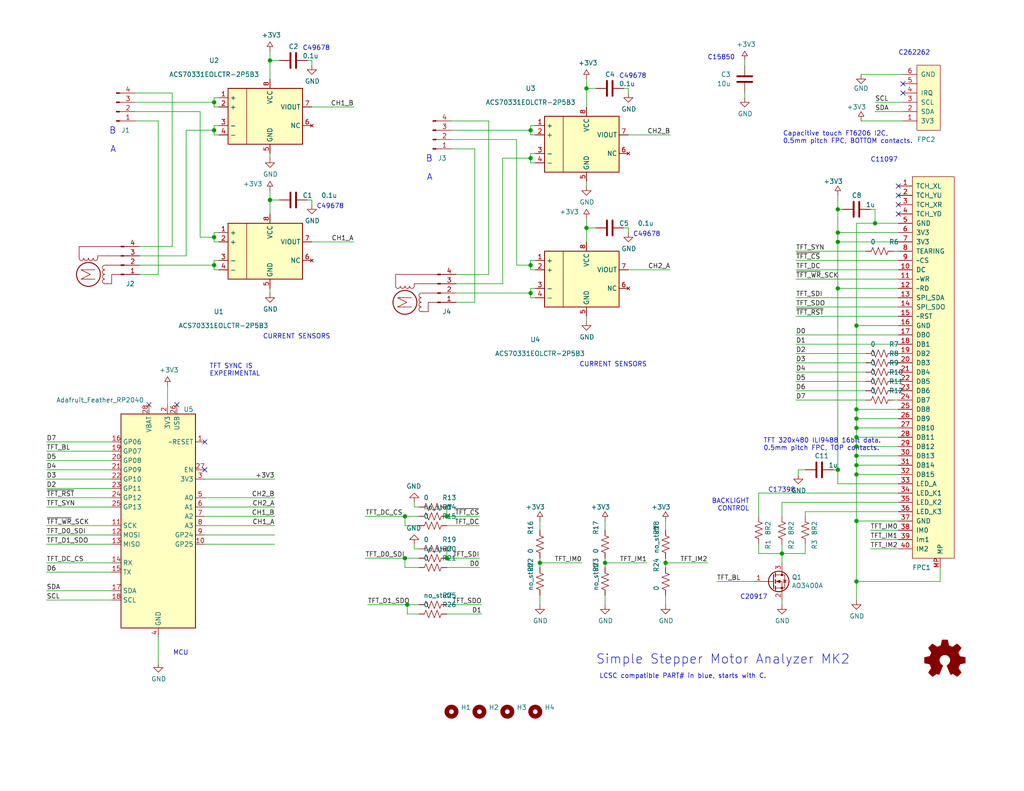
<source format=kicad_sch>
(kicad_sch (version 20210621) (generator eeschema)
  (paper "USLetter")
  (lib_symbols
    (symbol "Device:C" (pin_numbers hide) (pin_names (offset 0.254))
      (property "Reference" "C" (at 0.635 2.54 0))
      (property "Value" "C" (at 0.635 -2.54 0))
      (symbol "C_1_1"
        (pin passive line (at 0 3.81 270) (length 2.794) (name "~") (number "1"))
        (pin passive line (at 0 -3.81 90) (length 2.794) (name "~") (number "2"))
      )
    )
    (symbol "Device:R_US" (pin_numbers hide) (pin_names (offset 0))
      (property "Reference" "R" (at 2.54 0 90))
      (property "Value" "R_US" (at -2.54 0 90))
      (symbol "R_US_1_1"
        (pin passive line (at 0 3.81 270) (length 1.27) (name "~") (number "1"))
        (pin passive line (at 0 -3.81 90) (length 1.27) (name "~") (number "2"))
      )
    )
    (symbol "Graphic:Logo_Open_Hardware_Small" (pin_names (offset 1.016)))
    (symbol "Mechanical:MountingHole" (pin_names (offset 1.016))
      (property "Reference" "H" (at 0 5.08 0))
      (property "Value" "MountingHole" (at 0 3.175 0))
    )
    (symbol "Transistor_FET:AO3400A" (pin_names hide)
      (property "Reference" "Q" (at 5.08 1.905 0))
      (property "Value" "AO3400A" (at 5.08 0 0))
      (symbol "AO3400A_1_1"
        (pin input line (at -5.08 0 0) (length 2.54) (name "G") (number "1"))
        (pin passive line (at 2.54 -5.08 90) (length 2.54) (name "S") (number "2"))
        (pin passive line (at 2.54 5.08 270) (length 2.54) (name "D") (number "3"))
      )
    )
    (symbol "power:GND" (power) (pin_names (offset 0))
      (property "Value" "GND" (at 0 -3.81 0))
      (symbol "GND_1_1"
        (pin power_in line (at 0 0 270) (length 0) hide (name "GND") (number "1"))
      )
    )
    (symbol "stepper_motor_analyzer:+3V3" (power) (pin_names (offset 0))
      (property "Value" "+3V3" (at 0 3.556 0))
      (symbol "+3V3_1_1"
        (pin power_in line (at 0 0 90) (length 0) hide (name "+3V3") (number "1"))
      )
    )
    (symbol "stepper_motor_analyzer:ACS70331_soic8"
      (property "Reference" "U" (at 10.16 6.35 0))
      (property "Value" "ACS70331_soic8" (at 3.81 8.89 0))
      (symbol "ACS70331_soic8_1_1"
        (pin passive line (at -15.24 5.08 0) (length 2.54) (name "+") (number "1"))
        (pin passive line (at -15.24 2.54 0) (length 2.54) (name "+") (number "2"))
        (pin passive line (at -15.24 -2.54 0) (length 2.54) (name "-") (number "3"))
        (pin passive line (at -15.24 -5.08 0) (length 2.54) (name "-") (number "4"))
        (pin power_in line (at -1.27 -10.16 90) (length 2.54) (name "GND") (number "5"))
        (pin no_connect line (at 10.16 -2.54 180) (length 2.54) (name "NC") (number "6"))
        (pin output line (at 10.16 2.54 180) (length 2.54) (name "VIOUT") (number "7"))
        (pin power_in line (at -1.27 10.16 270) (length 2.54) (name "VCC") (number "8"))
      )
    )
    (symbol "stepper_motor_analyzer:Adafruit_Feather_RP2040"
      (property "Reference" "A" (at -10.16 29.21 0))
      (property "Value" "Adafruit_Feather_RP2040" (at 2.54 -31.75 0))
      (symbol "Adafruit_Feather_RP2040_1_1"
        (pin input line (at 12.7 20.32 180) (length 2.54) (name "~RESET") (number "1"))
        (pin bidirectional line (at 12.7 -7.62 180) (length 2.54) (name "GP25") (number "10"))
        (pin bidirectional line (at -12.7 -2.54 0) (length 2.54) (name "SCK") (number "11"))
        (pin bidirectional line (at -12.7 -5.08 0) (length 2.54) (name "MOSI") (number "12"))
        (pin bidirectional line (at -12.7 -7.62 0) (length 2.54) (name "MISO") (number "13"))
        (pin bidirectional line (at -12.7 -12.7 0) (length 2.54) (name "RX") (number "14"))
        (pin bidirectional line (at -12.7 -15.24 0) (length 2.54) (name "TX") (number "15"))
        (pin bidirectional line (at -12.7 20.32 0) (length 2.54) (name "GP06") (number "16"))
        (pin bidirectional line (at -12.7 -20.32 0) (length 2.54) (name "SDA") (number "17"))
        (pin bidirectional line (at -12.7 -22.86 0) (length 2.54) (name "SCL") (number "18"))
        (pin bidirectional line (at -12.7 17.78 0) (length 2.54) (name "GP07") (number "19"))
        (pin power_in line (at 2.54 30.48 270) (length 2.54) (name "3V3") (number "2"))
        (pin bidirectional line (at -12.7 15.24 0) (length 2.54) (name "GP08") (number "20"))
        (pin bidirectional line (at -12.7 12.7 0) (length 2.54) (name "GP09") (number "21"))
        (pin bidirectional line (at -12.7 10.16 0) (length 2.54) (name "GP10") (number "22"))
        (pin bidirectional line (at -12.7 7.62 0) (length 2.54) (name "GP11") (number "23"))
        (pin bidirectional line (at -12.7 5.08 0) (length 2.54) (name "GP12") (number "24"))
        (pin bidirectional line (at -12.7 2.54 0) (length 2.54) (name "GP13") (number "25"))
        (pin power_in line (at 5.08 30.48 270) (length 2.54) (name "USB") (number "26"))
        (pin input line (at 12.7 12.7 180) (length 2.54) (name "EN") (number "27"))
        (pin power_in line (at -2.54 30.48 270) (length 2.54) (name "VBAT") (number "28"))
        (pin input line (at 12.7 10.16 180) (length 2.54) (name "3V3") (number "3"))
        (pin power_in line (at 0 -33.02 90) (length 2.54) (name "GND") (number "4"))
        (pin bidirectional line (at 12.7 5.08 180) (length 2.54) (name "A0") (number "5"))
        (pin bidirectional line (at 12.7 2.54 180) (length 2.54) (name "A1") (number "6"))
        (pin bidirectional line (at 12.7 0 180) (length 2.54) (name "A2") (number "7"))
        (pin bidirectional line (at 12.7 -2.54 180) (length 2.54) (name "A3") (number "8"))
        (pin bidirectional line (at 12.7 -5.08 180) (length 2.54) (name "GP24") (number "9"))
      )
    )
    (symbol "stepper_motor_analyzer:Conn_01x06_Female" (pin_names (offset 1.016))
      (property "Reference" "J" (at -2.54 8.89 0))
      (property "Value" "Conn_01x06_Female" (at -1.27 -11.43 0))
      (symbol "Conn_01x06_Female_1_1"
        (pin passive line (at -5.08 5.08 0) (length 3.81) (name "3V3") (number "1"))
        (pin passive line (at -5.08 2.54 0) (length 3.81) (name "SDA") (number "2"))
        (pin passive line (at -5.08 0 0) (length 3.81) (name "SCL") (number "3"))
        (pin passive line (at -5.08 -2.54 0) (length 3.81) (name "IRQ") (number "4"))
        (pin passive line (at -5.08 -5.08 0) (length 3.81) (name "~") (number "5"))
        (pin passive line (at -5.08 -7.62 0) (length 3.81) (name "GND") (number "6"))
      )
    )
    (symbol "stepper_motor_analyzer:Connector_Conn_01x04_Male" (pin_names (offset 1.016) hide)
      (property "Reference" "J" (at 0 5.08 0))
      (property "Value" "Connector_Conn_01x04_Male" (at 0 -7.62 0))
      (symbol "Connector_Conn_01x04_Male_1_1"
        (pin passive line (at 5.08 2.54 180) (length 3.81) (name "Pin_1") (number "1"))
        (pin passive line (at 5.08 0 180) (length 3.81) (name "Pin_2") (number "2"))
        (pin passive line (at 5.08 -2.54 180) (length 3.81) (name "Pin_3") (number "3"))
        (pin passive line (at 5.08 -5.08 180) (length 3.81) (name "Pin_4") (number "4"))
      )
    )
    (symbol "stepper_motor_analyzer:Connector_Conn_01x40_Female" (pin_names (offset 1.016))
      (property "Reference" "J" (at 0 52.07 0))
      (property "Value" "Connector_Conn_01x40_Female" (at 5.08 -58.42 0))
      (symbol "Connector_Conn_01x40_Female_1_1"
        (pin passive line (at -5.08 48.26 0) (length 3.81) (name "TCH_XL") (number "1"))
        (pin passive line (at -5.08 25.4 0) (length 3.81) (name "DC") (number "10"))
        (pin passive line (at -5.08 22.86 0) (length 3.81) (name "~WR") (number "11"))
        (pin passive line (at -5.08 20.32 0) (length 3.81) (name "~RD") (number "12"))
        (pin passive line (at -5.08 17.78 0) (length 3.81) (name "SPI_SDA") (number "13"))
        (pin passive line (at -5.08 15.24 0) (length 3.81) (name "SPI_SDO") (number "14"))
        (pin passive line (at -5.08 12.7 0) (length 3.81) (name "~RST") (number "15"))
        (pin passive line (at -5.08 10.16 0) (length 3.81) (name "GND") (number "16"))
        (pin passive line (at -5.08 7.62 0) (length 3.81) (name "DB0") (number "17"))
        (pin passive line (at -5.08 5.08 0) (length 3.81) (name "DB1") (number "18"))
        (pin passive line (at -5.08 2.54 0) (length 3.81) (name "DB2") (number "19"))
        (pin passive line (at -5.08 45.72 0) (length 3.81) (name "TCH_YU") (number "2"))
        (pin passive line (at -5.08 0 0) (length 3.81) (name "DB3") (number "20"))
        (pin passive line (at -5.08 -2.54 0) (length 3.81) (name "DB4") (number "21"))
        (pin passive line (at -5.08 -5.08 0) (length 3.81) (name "DB5") (number "22"))
        (pin passive line (at -5.08 -7.62 0) (length 3.81) (name "DB6") (number "23"))
        (pin passive line (at -5.08 -10.16 0) (length 3.81) (name "DB7") (number "24"))
        (pin passive line (at -5.08 -12.7 0) (length 3.81) (name "DB8") (number "25"))
        (pin passive line (at -5.08 -15.24 0) (length 3.81) (name "DB9") (number "26"))
        (pin passive line (at -5.08 -17.78 0) (length 3.81) (name "DB10") (number "27"))
        (pin passive line (at -5.08 -20.32 0) (length 3.81) (name "DB11") (number "28"))
        (pin passive line (at -5.08 -22.86 0) (length 3.81) (name "DB12") (number "29"))
        (pin passive line (at -5.08 43.18 0) (length 3.81) (name "TCH_XR") (number "3"))
        (pin passive line (at -5.08 -25.4 0) (length 3.81) (name "DB13") (number "30"))
        (pin passive line (at -5.08 -27.94 0) (length 3.81) (name "DB14") (number "31"))
        (pin passive line (at -5.08 -30.48 0) (length 3.81) (name "DB15") (number "32"))
        (pin passive line (at -5.08 -33.02 0) (length 3.81) (name "LED_A") (number "33"))
        (pin passive line (at -5.08 -35.56 0) (length 3.81) (name "LED_K1") (number "34"))
        (pin passive line (at -5.08 -38.1 0) (length 3.81) (name "LED_K2") (number "35"))
        (pin passive line (at -5.08 -40.64 0) (length 3.81) (name "LED_K3") (number "36"))
        (pin passive line (at -5.08 -43.18 0) (length 3.81) (name "GND") (number "37"))
        (pin passive line (at -5.08 -45.72 0) (length 3.81) (name "IM0") (number "38"))
        (pin passive line (at -5.08 -48.26 0) (length 3.81) (name "Im1") (number "39"))
        (pin passive line (at -5.08 40.64 0) (length 3.81) (name "TCH_YD") (number "4"))
        (pin passive line (at -5.08 -50.8 0) (length 3.81) (name "IM2") (number "40"))
        (pin passive line (at -5.08 38.1 0) (length 3.81) (name "GND") (number "5"))
        (pin passive line (at -5.08 35.56 0) (length 3.81) (name "3V3") (number "6"))
        (pin passive line (at -5.08 33.02 0) (length 3.81) (name "3V3") (number "7"))
        (pin passive line (at -5.08 30.48 0) (length 3.81) (name "TEARING") (number "8"))
        (pin passive line (at -5.08 27.94 0) (length 3.81) (name "~CS") (number "9"))
        (pin passive line (at 6.35 -55.88 90) (length 2.54) (name "MP") (number "MP"))
      )
    )
    (symbol "stepper_motor_analyzer:Motor" (pin_names (offset 0) hide))
  )
  (junction (at 58.42 27.94) (diameter 1.016))
  (junction (at 58.42 35.56) (diameter 1.016))
  (junction (at 58.42 64.77) (diameter 1.016))
  (junction (at 58.42 72.39) (diameter 1.016))
  (junction (at 73.66 16.51) (diameter 1.016))
  (junction (at 73.66 54.61) (diameter 1.016))
  (junction (at 110.49 140.97) (diameter 1.016))
  (junction (at 110.49 152.4) (diameter 1.016))
  (junction (at 111.125 165.1) (diameter 1.016))
  (junction (at 121.92 140.97) (diameter 1.016))
  (junction (at 121.92 152.4) (diameter 1.016))
  (junction (at 144.78 35.56) (diameter 1.016))
  (junction (at 144.78 43.18) (diameter 1.016))
  (junction (at 144.78 72.39) (diameter 1.016))
  (junction (at 144.78 80.01) (diameter 1.016))
  (junction (at 147.32 153.67) (diameter 1.016))
  (junction (at 160.02 24.13) (diameter 1.016))
  (junction (at 160.02 62.23) (diameter 1.016))
  (junction (at 165.1 153.67) (diameter 1.016))
  (junction (at 181.61 153.67) (diameter 1.016))
  (junction (at 213.36 151.13) (diameter 1.016))
  (junction (at 228.6 57.15) (diameter 1.016))
  (junction (at 228.6 63.5) (diameter 1.016))
  (junction (at 228.6 66.04) (diameter 1.016))
  (junction (at 228.6 78.74) (diameter 1.016))
  (junction (at 228.6 128.27) (diameter 1.016))
  (junction (at 233.68 88.9) (diameter 1.016))
  (junction (at 233.68 111.76) (diameter 1.016))
  (junction (at 233.68 114.3) (diameter 1.016))
  (junction (at 233.68 116.84) (diameter 1.016))
  (junction (at 233.68 119.38) (diameter 1.016))
  (junction (at 233.68 121.92) (diameter 1.016))
  (junction (at 233.68 124.46) (diameter 1.016))
  (junction (at 233.68 127) (diameter 1.016))
  (junction (at 233.68 129.54) (diameter 1.016))
  (junction (at 233.68 142.24) (diameter 1.016))
  (junction (at 233.68 158.75) (diameter 1.016))
  (junction (at 238.76 60.96) (diameter 1.016))
  (no_connect (at 40.64 110.49))
  (no_connect (at 48.26 110.49))
  (no_connect (at 55.88 120.65))
  (no_connect (at 55.88 128.27))
  (no_connect (at 245.11 50.8))
  (no_connect (at 245.11 53.34))
  (no_connect (at 245.11 55.88))
  (no_connect (at 245.11 58.42))
  (no_connect (at 246.38 22.86))
  (no_connect (at 246.38 25.4))
  (wire (pts (xy 12.7 153.67) (xy 30.48 153.67)))
  (wire (pts (xy 12.7 156.21) (xy 30.48 156.21)))
  (wire (pts (xy 30.48 120.65) (xy 12.7 120.65)))
  (wire (pts (xy 30.48 123.19) (xy 12.7 123.19)))
  (wire (pts (xy 30.48 125.73) (xy 12.7 125.73)))
  (wire (pts (xy 30.48 128.27) (xy 12.7 128.27)))
  (wire (pts (xy 30.48 130.81) (xy 12.7 130.81)))
  (wire (pts (xy 30.48 133.35) (xy 12.7 133.35)))
  (wire (pts (xy 30.48 135.89) (xy 12.7 135.89)))
  (wire (pts (xy 30.48 138.43) (xy 12.7 138.43)))
  (wire (pts (xy 30.48 143.51) (xy 12.7 143.51)))
  (wire (pts (xy 30.48 146.05) (xy 12.7 146.05)))
  (wire (pts (xy 30.48 148.59) (xy 12.7 148.59)))
  (wire (pts (xy 30.48 161.29) (xy 12.7 161.29)))
  (wire (pts (xy 30.48 163.83) (xy 12.7 163.83)))
  (wire (pts (xy 36.83 25.4) (xy 46.99 25.4)))
  (wire (pts (xy 36.83 27.94) (xy 58.42 27.94)))
  (wire (pts (xy 38.1 69.85) (xy 50.8 69.85)))
  (wire (pts (xy 38.1 72.39) (xy 58.42 72.39)))
  (wire (pts (xy 43.18 33.02) (xy 36.83 33.02)))
  (wire (pts (xy 43.18 33.02) (xy 43.18 74.93)))
  (wire (pts (xy 43.18 74.93) (xy 38.1 74.93)))
  (wire (pts (xy 43.18 173.99) (xy 43.18 180.975)))
  (wire (pts (xy 45.72 105.41) (xy 45.72 110.49)))
  (wire (pts (xy 46.99 25.4) (xy 46.99 67.31)))
  (wire (pts (xy 46.99 67.31) (xy 38.1 67.31)))
  (wire (pts (xy 50.8 35.56) (xy 50.8 69.85)))
  (wire (pts (xy 50.8 35.56) (xy 58.42 35.56)))
  (wire (pts (xy 54.61 30.48) (xy 36.83 30.48)))
  (wire (pts (xy 54.61 30.48) (xy 54.61 64.77)))
  (wire (pts (xy 54.61 64.77) (xy 58.42 64.77)))
  (wire (pts (xy 55.88 130.81) (xy 74.93 130.81)))
  (wire (pts (xy 55.88 135.89) (xy 74.93 135.89)))
  (wire (pts (xy 55.88 138.43) (xy 74.93 138.43)))
  (wire (pts (xy 55.88 140.97) (xy 74.93 140.97)))
  (wire (pts (xy 55.88 143.51) (xy 74.93 143.51)))
  (wire (pts (xy 55.88 146.05) (xy 74.93 146.05)))
  (wire (pts (xy 55.88 148.59) (xy 74.93 148.59)))
  (wire (pts (xy 58.42 26.67) (xy 58.42 27.94)))
  (wire (pts (xy 58.42 27.94) (xy 58.42 29.21)))
  (wire (pts (xy 58.42 29.21) (xy 59.69 29.21)))
  (wire (pts (xy 58.42 34.29) (xy 58.42 35.56)))
  (wire (pts (xy 58.42 35.56) (xy 58.42 36.83)))
  (wire (pts (xy 58.42 36.83) (xy 59.69 36.83)))
  (wire (pts (xy 58.42 63.5) (xy 58.42 64.77)))
  (wire (pts (xy 58.42 64.77) (xy 58.42 66.04)))
  (wire (pts (xy 58.42 66.04) (xy 59.69 66.04)))
  (wire (pts (xy 58.42 71.12) (xy 58.42 72.39)))
  (wire (pts (xy 58.42 72.39) (xy 58.42 73.66)))
  (wire (pts (xy 58.42 73.66) (xy 59.69 73.66)))
  (wire (pts (xy 59.69 26.67) (xy 58.42 26.67)))
  (wire (pts (xy 59.69 34.29) (xy 58.42 34.29)))
  (wire (pts (xy 59.69 63.5) (xy 58.42 63.5)))
  (wire (pts (xy 59.69 71.12) (xy 58.42 71.12)))
  (wire (pts (xy 73.66 13.97) (xy 73.66 16.51)))
  (wire (pts (xy 73.66 16.51) (xy 73.66 21.59)))
  (wire (pts (xy 73.66 41.91) (xy 73.66 43.18)))
  (wire (pts (xy 73.66 54.61) (xy 73.66 52.07)))
  (wire (pts (xy 73.66 58.42) (xy 73.66 54.61)))
  (wire (pts (xy 73.66 80.01) (xy 73.66 78.74)))
  (wire (pts (xy 76.2 16.51) (xy 73.66 16.51)))
  (wire (pts (xy 76.2 54.61) (xy 73.66 54.61)))
  (wire (pts (xy 83.82 16.51) (xy 85.09 16.51)))
  (wire (pts (xy 83.82 54.61) (xy 85.09 54.61)))
  (wire (pts (xy 85.09 16.51) (xy 85.09 17.78)))
  (wire (pts (xy 85.09 29.21) (xy 96.52 29.21)))
  (wire (pts (xy 85.09 54.61) (xy 85.09 55.88)))
  (wire (pts (xy 85.09 66.04) (xy 96.52 66.04)))
  (wire (pts (xy 99.695 140.97) (xy 110.49 140.97)))
  (wire (pts (xy 99.695 152.4) (xy 110.49 152.4)))
  (wire (pts (xy 100.33 165.1) (xy 111.125 165.1)))
  (wire (pts (xy 110.49 140.97) (xy 110.49 143.51)))
  (wire (pts (xy 110.49 143.51) (xy 114.3 143.51)))
  (wire (pts (xy 110.49 152.4) (xy 114.3 152.4)))
  (wire (pts (xy 110.49 154.94) (xy 110.49 152.4)))
  (wire (pts (xy 111.125 165.1) (xy 114.3 165.1)))
  (wire (pts (xy 111.125 167.64) (xy 111.125 165.1)))
  (wire (pts (xy 113.03 137.16) (xy 113.03 138.43)))
  (wire (pts (xy 113.03 138.43) (xy 114.3 138.43)))
  (wire (pts (xy 113.03 148.59) (xy 113.03 149.86)))
  (wire (pts (xy 113.03 149.86) (xy 114.3 149.86)))
  (wire (pts (xy 114.3 140.97) (xy 110.49 140.97)))
  (wire (pts (xy 114.3 154.94) (xy 110.49 154.94)))
  (wire (pts (xy 114.3 167.64) (xy 111.125 167.64)))
  (wire (pts (xy 121.92 138.43) (xy 121.92 140.97)))
  (wire (pts (xy 121.92 140.97) (xy 130.81 140.97)))
  (wire (pts (xy 121.92 143.51) (xy 130.81 143.51)))
  (wire (pts (xy 121.92 149.86) (xy 121.92 152.4)))
  (wire (pts (xy 121.92 152.4) (xy 130.81 152.4)))
  (wire (pts (xy 121.92 154.94) (xy 130.81 154.94)))
  (wire (pts (xy 121.92 165.1) (xy 131.445 165.1)))
  (wire (pts (xy 121.92 167.64) (xy 131.445 167.64)))
  (wire (pts (xy 123.19 33.02) (xy 133.35 33.02)))
  (wire (pts (xy 123.19 35.56) (xy 144.78 35.56)))
  (wire (pts (xy 124.46 77.47) (xy 137.16 77.47)))
  (wire (pts (xy 124.46 80.01) (xy 144.78 80.01)))
  (wire (pts (xy 129.54 40.64) (xy 123.19 40.64)))
  (wire (pts (xy 129.54 40.64) (xy 129.54 82.55)))
  (wire (pts (xy 129.54 82.55) (xy 124.46 82.55)))
  (wire (pts (xy 133.35 33.02) (xy 133.35 74.93)))
  (wire (pts (xy 133.35 74.93) (xy 124.46 74.93)))
  (wire (pts (xy 137.16 43.18) (xy 137.16 77.47)))
  (wire (pts (xy 137.16 43.18) (xy 144.78 43.18)))
  (wire (pts (xy 140.97 38.1) (xy 123.19 38.1)))
  (wire (pts (xy 140.97 38.1) (xy 140.97 72.39)))
  (wire (pts (xy 140.97 72.39) (xy 144.78 72.39)))
  (wire (pts (xy 144.78 34.29) (xy 144.78 35.56)))
  (wire (pts (xy 144.78 35.56) (xy 144.78 36.83)))
  (wire (pts (xy 144.78 36.83) (xy 146.05 36.83)))
  (wire (pts (xy 144.78 41.91) (xy 144.78 43.18)))
  (wire (pts (xy 144.78 43.18) (xy 144.78 44.45)))
  (wire (pts (xy 144.78 44.45) (xy 146.05 44.45)))
  (wire (pts (xy 144.78 71.12) (xy 144.78 72.39)))
  (wire (pts (xy 144.78 72.39) (xy 144.78 73.66)))
  (wire (pts (xy 144.78 73.66) (xy 146.05 73.66)))
  (wire (pts (xy 144.78 78.74) (xy 144.78 80.01)))
  (wire (pts (xy 144.78 80.01) (xy 144.78 81.28)))
  (wire (pts (xy 144.78 81.28) (xy 146.05 81.28)))
  (wire (pts (xy 146.05 34.29) (xy 144.78 34.29)))
  (wire (pts (xy 146.05 41.91) (xy 144.78 41.91)))
  (wire (pts (xy 146.05 71.12) (xy 144.78 71.12)))
  (wire (pts (xy 146.05 78.74) (xy 144.78 78.74)))
  (wire (pts (xy 147.32 142.24) (xy 147.32 144.78)))
  (wire (pts (xy 147.32 152.4) (xy 147.32 153.67)))
  (wire (pts (xy 147.32 153.67) (xy 147.32 154.94)))
  (wire (pts (xy 147.32 153.67) (xy 158.75 153.67)))
  (wire (pts (xy 147.32 162.56) (xy 147.32 165.1)))
  (wire (pts (xy 160.02 21.59) (xy 160.02 24.13)))
  (wire (pts (xy 160.02 24.13) (xy 160.02 29.21)))
  (wire (pts (xy 160.02 49.53) (xy 160.02 50.8)))
  (wire (pts (xy 160.02 62.23) (xy 160.02 59.69)))
  (wire (pts (xy 160.02 66.04) (xy 160.02 62.23)))
  (wire (pts (xy 160.02 87.63) (xy 160.02 86.36)))
  (wire (pts (xy 162.56 24.13) (xy 160.02 24.13)))
  (wire (pts (xy 162.56 62.23) (xy 160.02 62.23)))
  (wire (pts (xy 165.1 142.24) (xy 165.1 144.78)))
  (wire (pts (xy 165.1 152.4) (xy 165.1 153.67)))
  (wire (pts (xy 165.1 153.67) (xy 165.1 154.94)))
  (wire (pts (xy 165.1 153.67) (xy 176.53 153.67)))
  (wire (pts (xy 165.1 162.56) (xy 165.1 165.1)))
  (wire (pts (xy 170.18 24.13) (xy 171.45 24.13)))
  (wire (pts (xy 170.18 62.23) (xy 171.45 62.23)))
  (wire (pts (xy 171.45 24.13) (xy 171.45 25.4)))
  (wire (pts (xy 171.45 36.83) (xy 182.88 36.83)))
  (wire (pts (xy 171.45 62.23) (xy 171.45 63.5)))
  (wire (pts (xy 171.45 73.66) (xy 182.88 73.66)))
  (wire (pts (xy 181.61 142.24) (xy 181.61 144.78)))
  (wire (pts (xy 181.61 152.4) (xy 181.61 153.67)))
  (wire (pts (xy 181.61 153.67) (xy 181.61 154.94)))
  (wire (pts (xy 181.61 153.67) (xy 193.04 153.67)))
  (wire (pts (xy 181.61 162.56) (xy 181.61 165.1)))
  (wire (pts (xy 203.2 16.51) (xy 203.2 17.78)))
  (wire (pts (xy 203.2 25.4) (xy 203.2 26.67)))
  (wire (pts (xy 205.74 158.75) (xy 195.58 158.75)))
  (wire (pts (xy 207.01 134.62) (xy 207.01 140.97)))
  (wire (pts (xy 207.01 134.62) (xy 245.11 134.62)))
  (wire (pts (xy 207.01 148.59) (xy 207.01 151.13)))
  (wire (pts (xy 213.36 137.16) (xy 213.36 140.97)))
  (wire (pts (xy 213.36 137.16) (xy 245.11 137.16)))
  (wire (pts (xy 213.36 148.59) (xy 213.36 151.13)))
  (wire (pts (xy 213.36 151.13) (xy 207.01 151.13)))
  (wire (pts (xy 213.36 151.13) (xy 213.36 153.67)))
  (wire (pts (xy 213.36 163.83) (xy 213.36 165.1)))
  (wire (pts (xy 217.17 71.12) (xy 245.11 71.12)))
  (wire (pts (xy 217.17 81.28) (xy 245.11 81.28)))
  (wire (pts (xy 217.17 83.82) (xy 245.11 83.82)))
  (wire (pts (xy 217.17 91.44) (xy 245.11 91.44)))
  (wire (pts (xy 217.17 93.98) (xy 245.11 93.98)))
  (wire (pts (xy 217.17 106.68) (xy 236.1981 106.68)))
  (wire (pts (xy 217.805 128.27) (xy 217.805 129.54)))
  (wire (pts (xy 219.71 128.27) (xy 217.805 128.27)))
  (wire (pts (xy 219.71 139.7) (xy 219.71 140.97)))
  (wire (pts (xy 219.71 139.7) (xy 245.11 139.7)))
  (wire (pts (xy 219.71 148.59) (xy 219.71 151.13)))
  (wire (pts (xy 219.71 151.13) (xy 213.36 151.13)))
  (wire (pts (xy 227.33 128.27) (xy 228.6 128.27)))
  (wire (pts (xy 228.6 53.34) (xy 228.6 57.15)))
  (wire (pts (xy 228.6 57.15) (xy 228.6 63.5)))
  (wire (pts (xy 228.6 57.15) (xy 229.87 57.15)))
  (wire (pts (xy 228.6 63.5) (xy 228.6 66.04)))
  (wire (pts (xy 228.6 63.5) (xy 245.11 63.5)))
  (wire (pts (xy 228.6 66.04) (xy 228.6 78.74)))
  (wire (pts (xy 228.6 66.04) (xy 245.11 66.04)))
  (wire (pts (xy 228.6 78.74) (xy 228.6 128.27)))
  (wire (pts (xy 228.6 78.74) (xy 245.11 78.74)))
  (wire (pts (xy 228.6 128.27) (xy 228.6 132.08)))
  (wire (pts (xy 233.68 60.96) (xy 233.68 88.9)))
  (wire (pts (xy 233.68 60.96) (xy 238.76 60.96)))
  (wire (pts (xy 233.68 88.9) (xy 233.68 111.76)))
  (wire (pts (xy 233.68 111.76) (xy 233.68 114.3)))
  (wire (pts (xy 233.68 111.76) (xy 245.11 111.76)))
  (wire (pts (xy 233.68 114.3) (xy 233.68 116.84)))
  (wire (pts (xy 233.68 114.3) (xy 245.11 114.3)))
  (wire (pts (xy 233.68 116.84) (xy 233.68 119.38)))
  (wire (pts (xy 233.68 116.84) (xy 245.11 116.84)))
  (wire (pts (xy 233.68 119.38) (xy 233.68 121.92)))
  (wire (pts (xy 233.68 119.38) (xy 245.11 119.38)))
  (wire (pts (xy 233.68 121.92) (xy 233.68 124.46)))
  (wire (pts (xy 233.68 121.92) (xy 245.11 121.92)))
  (wire (pts (xy 233.68 124.46) (xy 233.68 127)))
  (wire (pts (xy 233.68 124.46) (xy 245.11 124.46)))
  (wire (pts (xy 233.68 127) (xy 233.68 129.54)))
  (wire (pts (xy 233.68 127) (xy 245.11 127)))
  (wire (pts (xy 233.68 129.54) (xy 233.68 142.24)))
  (wire (pts (xy 233.68 129.54) (xy 245.11 129.54)))
  (wire (pts (xy 233.68 142.24) (xy 233.68 158.75)))
  (wire (pts (xy 233.68 158.75) (xy 233.68 163.83)))
  (wire (pts (xy 233.68 158.75) (xy 256.54 158.75)))
  (wire (pts (xy 234.95 20.32) (xy 246.38 20.32)))
  (wire (pts (xy 234.95 33.02) (xy 246.38 33.02)))
  (wire (pts (xy 236.22 68.58) (xy 217.17 68.58)))
  (wire (pts (xy 236.22 96.52) (xy 217.17 96.52)))
  (wire (pts (xy 236.22 99.06) (xy 217.17 99.06)))
  (wire (pts (xy 236.22 101.6) (xy 217.17 101.6)))
  (wire (pts (xy 236.22 104.14) (xy 217.17 104.14)))
  (wire (pts (xy 236.22 109.22) (xy 217.17 109.22)))
  (wire (pts (xy 237.49 57.15) (xy 238.76 57.15)))
  (wire (pts (xy 238.76 57.15) (xy 238.76 60.96)))
  (wire (pts (xy 238.76 60.96) (xy 245.11 60.96)))
  (wire (pts (xy 243.8181 106.68) (xy 245.11 106.68)))
  (wire (pts (xy 245.11 68.58) (xy 243.84 68.58)))
  (wire (pts (xy 245.11 73.66) (xy 217.17 73.66)))
  (wire (pts (xy 245.11 76.2) (xy 217.17 76.2)))
  (wire (pts (xy 245.11 86.36) (xy 217.17 86.36)))
  (wire (pts (xy 245.11 88.9) (xy 233.68 88.9)))
  (wire (pts (xy 245.11 96.52) (xy 243.84 96.52)))
  (wire (pts (xy 245.11 99.06) (xy 243.84 99.06)))
  (wire (pts (xy 245.11 101.6) (xy 243.84 101.6)))
  (wire (pts (xy 245.11 104.14) (xy 243.84 104.14)))
  (wire (pts (xy 245.11 109.22) (xy 243.84 109.22)))
  (wire (pts (xy 245.11 132.08) (xy 228.6 132.08)))
  (wire (pts (xy 245.11 142.24) (xy 233.68 142.24)))
  (wire (pts (xy 245.11 144.78) (xy 237.49 144.78)))
  (wire (pts (xy 245.11 147.32) (xy 237.49 147.32)))
  (wire (pts (xy 245.11 149.86) (xy 237.49 149.86)))
  (wire (pts (xy 246.38 27.94) (xy 238.76 27.94)))
  (wire (pts (xy 246.38 30.48) (xy 238.76 30.48)))
  (wire (pts (xy 256.54 154.94) (xy 256.54 158.75)))
  (text "B" (at 31.75 36.83 180) (effects (font (size 1.778 1.778)) (justify right bottom)))
  (text "A" (at 31.75 41.91 180) (effects (font (size 1.778 1.778)) (justify right bottom)))
  (text "MCU" (at 51.435 179.07 180) (effects (font (size 1.27 1.27)) (justify right bottom)))
  (text "TFT SYNC IS\nEXPERIMENTAL" (at 57.15 102.87 0) (effects (font (size 1.27 1.27)) (justify left bottom)))
  (text "C49678 " (at 82.55 13.97 0) (effects (font (size 1.27 1.27)) (justify left bottom)))
  (text "C49678 " (at 86.36 57.15 0) (effects (font (size 1.27 1.27)) (justify left bottom)))
  (text "CURRENT SENSORS" (at 90.17 92.71 180) (effects (font (size 1.27 1.27)) (justify right bottom)))
  (text "B" (at 118.11 44.45 180) (effects (font (size 1.778 1.778)) (justify right bottom)))
  (text "A" (at 118.11 49.53 180) (effects (font (size 1.778 1.778)) (justify right bottom)))
  (text "Simple Stepper Motor Analyzer MK2" (at 162.56 181.61 0) (effects (font (size 2.54 2.54)) (justify left bottom)))
  (text " LCSC compatible PART# in blue, starts with C." (at 162.56 185.42 0) (effects (font (size 1.27 1.27)) (justify left bottom)))
  (text "C49678 " (at 168.91 21.59 0) (effects (font (size 1.27 1.27)) (justify left bottom)))
  (text "C49678 " (at 172.72 64.77 0) (effects (font (size 1.27 1.27)) (justify left bottom)))
  (text "CURRENT SENSORS" (at 176.53 100.33 180) (effects (font (size 1.27 1.27)) (justify right bottom)))
  (text "C15850 " (at 193.04 16.51 0) (effects (font (size 1.27 1.27)) (justify left bottom)))
  (text "C20917" (at 201.93 163.83 0) (effects (font (size 1.27 1.27)) (justify left bottom)))
  (text "BACKLIGHT\nCONTROL" (at 204.47 139.7 180) (effects (font (size 1.27 1.27)) (justify right bottom)))
  (text "TFT 320x480 ILI9488 16bit data.\n0.5mm pitch FPC, TOP contacts." (at 208.28 123.19 0) (effects (font (size 1.27 1.27)) (justify left bottom)))
  (text "C17398" (at 209.55 134.62 0) (effects (font (size 1.27 1.27)) (justify left bottom)))
  (text "Capacitive touch FT6206 I2C,\n0.5mm pitch FPC, BOTTOM contacts." (at 213.614 39.37 0) (effects (font (size 1.27 1.27)) (justify left bottom)))
  (text "C11097" (at 237.49 44.45 0) (effects (font (size 1.27 1.27)) (justify left bottom)))
  (text "C262262" (at 245.11 15.24 0) (effects (font (size 1.27 1.27)) (justify left bottom)))
  (label "D7" (at 12.7 120.65 0))
  (label "TFT_BL" (at 12.7 123.19 0))
  (label "D5" (at 12.7 125.73 0))
  (label "D4" (at 12.7 128.27 0))
  (label "D3" (at 12.7 130.81 0))
  (label "D2" (at 12.7 133.35 0))
  (label "~{TFT_RST}" (at 12.7 135.89 0))
  (label "TFT_SYN" (at 12.7 138.43 0))
  (label "~{TFT_WR}_SCK" (at 12.7 143.51 0))
  (label "TFT_D0_SDI" (at 12.7 146.05 0))
  (label "TFT_D1_SDO" (at 12.7 148.59 0))
  (label "TFT_DC_CS" (at 12.7 153.67 0))
  (label "D6" (at 12.7 156.21 0))
  (label "SDA" (at 12.7 161.29 0))
  (label "SCL" (at 12.7 163.83 0))
  (label "+3V3" (at 74.93 130.81 180))
  (label "CH2_B" (at 74.93 135.89 180))
  (label "CH2_A" (at 74.93 138.43 180))
  (label "CH1_B" (at 74.93 140.97 180))
  (label "CH1_A" (at 74.93 143.51 180))
  (label "CH1_B" (at 96.52 29.21 180))
  (label "CH1_A" (at 96.52 66.04 180))
  (label "TFT_DC_CS" (at 99.695 140.97 0))
  (label "TFT_D0_SDI" (at 99.695 152.4 0))
  (label "TFT_D1_SDO" (at 100.33 165.1 0))
  (label "~{TFT_CS}" (at 130.81 140.97 180))
  (label "TFT_DC" (at 130.81 143.51 180))
  (label "TFT_SDI" (at 130.81 152.4 180))
  (label "D0" (at 130.81 154.94 180))
  (label "TFT_SDO" (at 131.445 165.1 180))
  (label "D1" (at 131.445 167.64 180))
  (label "TFT_IM0" (at 158.75 153.67 180))
  (label "TFT_IM1" (at 176.53 153.67 180))
  (label "CH2_B" (at 182.88 36.83 180))
  (label "CH2_A" (at 182.88 73.66 180))
  (label "TFT_IM2" (at 193.04 153.67 180))
  (label "TFT_BL" (at 195.58 158.75 0))
  (label "TFT_SYN" (at 217.17 68.58 0))
  (label "~{TFT_CS}" (at 217.17 71.12 0))
  (label "TFT_DC" (at 217.17 73.66 0))
  (label "~{TFT_WR}_SCK" (at 217.17 76.2 0))
  (label "TFT_SDI" (at 217.17 81.28 0))
  (label "TFT_SDO" (at 217.17 83.82 0))
  (label "~{TFT_RST}" (at 217.17 86.36 0))
  (label "D0" (at 217.17 91.44 0))
  (label "D1" (at 217.17 93.98 0))
  (label "D2" (at 217.17 96.52 0))
  (label "D3" (at 217.17 99.06 0))
  (label "D4" (at 217.17 101.6 0))
  (label "D5" (at 217.17 104.14 0))
  (label "D6" (at 217.17 106.68 0))
  (label "D7" (at 217.17 109.22 0))
  (label "TFT_IM0" (at 237.49 144.78 0))
  (label "TFT_IM1" (at 237.49 147.32 0))
  (label "TFT_IM2" (at 237.49 149.86 0))
  (label "SCL" (at 238.76 27.94 0))
  (label "SDA" (at 238.76 30.48 0))
  (symbol (lib_id "stepper_motor_analyzer:+3V3") (at 45.72 105.41 0) (unit 1)
    (property "Reference" "#PWR010" (effects hide))
    (property "Value" "+3V3" (at 46.101 101.0158 0))
  )
  (symbol (lib_id "stepper_motor_analyzer:+3V3") (at 73.66 13.97 0) (unit 1)
    (property "Reference" "#PWR0102" (effects hide))
    (property "Value" "+3V3" (at 74.041 9.5758 0))
  )
  (symbol (lib_id "stepper_motor_analyzer:+3V3") (at 73.66 52.07 0) (unit 1)
    (property "Reference" "#PWR0106" (effects hide))
    (property "Value" "+3V3" (at 68.961 50.2158 0))
  )
  (symbol (lib_id "stepper_motor_analyzer:+3V3") (at 147.32 142.24 0) (unit 1)
    (property "Reference" "#PWR012" (effects hide))
    (property "Value" "+3V3" (at 146.05 138.43 0))
  )
  (symbol (lib_id "stepper_motor_analyzer:+3V3") (at 160.02 21.59 0) (unit 1)
    (property "Reference" "#PWR04" (effects hide))
    (property "Value" "+3V3" (at 160.401 17.1958 0))
  )
  (symbol (lib_id "stepper_motor_analyzer:+3V3") (at 160.02 59.69 0) (unit 1)
    (property "Reference" "#PWR07" (effects hide))
    (property "Value" "+3V3" (at 155.321 57.8358 0))
  )
  (symbol (lib_id "stepper_motor_analyzer:+3V3") (at 165.1 142.24 0) (unit 1)
    (property "Reference" "#PWR013" (effects hide))
    (property "Value" "+3V3" (at 163.83 138.43 0))
  )
  (symbol (lib_id "stepper_motor_analyzer:+3V3") (at 181.61 142.24 0) (unit 1)
    (property "Reference" "#PWR014" (effects hide))
    (property "Value" "+3V3" (at 180.34 138.43 0))
  )
  (symbol (lib_id "stepper_motor_analyzer:+3V3") (at 203.2 16.51 0) (unit 1)
    (property "Reference" "#PWR0109" (effects hide))
    (property "Value" "+3V3" (at 203.581 12.1158 0))
  )
  (symbol (lib_id "stepper_motor_analyzer:+3V3") (at 228.6 53.34 0) (unit 1)
    (property "Reference" "#PWR0116" (effects hide))
    (property "Value" "+3V3" (at 227.33 49.53 0))
  )
  (symbol (lib_id "stepper_motor_analyzer:+3V3") (at 234.95 33.02 0) (unit 1)
    (property "Reference" "#PWR0124" (effects hide))
    (property "Value" "+3V3" (at 233.68 29.21 0))
  )
  (symbol (lib_id "power:GND") (at 43.18 180.975 0) (unit 1)
    (property "Reference" "#PWR019" (effects hide))
    (property "Value" "GND" (at 43.307 185.3692 0))
  )
  (symbol (lib_id "power:GND") (at 73.66 43.18 0) (unit 1)
    (property "Reference" "#PWR0105" (effects hide))
    (property "Value" "GND" (at 73.787 47.5742 0))
  )
  (symbol (lib_id "power:GND") (at 73.66 80.01 0) (unit 1)
    (property "Reference" "#PWR0108" (effects hide))
    (property "Value" "GND" (at 73.787 84.4042 0))
  )
  (symbol (lib_id "power:GND") (at 85.09 17.78 0) (unit 1)
    (property "Reference" "#PWR0104" (effects hide))
    (property "Value" "GND" (at 85.217 22.1742 0))
  )
  (symbol (lib_id "power:GND") (at 85.09 55.88 0) (unit 1)
    (property "Reference" "#PWR0110" (effects hide))
    (property "Value" "GND" (at 85.217 60.2742 0))
  )
  (symbol (lib_id "power:GND") (at 113.03 137.16 180) (unit 1)
    (property "Reference" "#PWR011" (effects hide))
    (property "Value" "GND" (at 112.903 132.7658 0))
  )
  (symbol (lib_id "power:GND") (at 113.03 148.59 180) (unit 1)
    (property "Reference" "#PWR015" (effects hide))
    (property "Value" "GND" (at 112.903 144.1958 0))
  )
  (symbol (lib_id "power:GND") (at 147.32 165.1 0) (unit 1)
    (property "Reference" "#PWR016" (effects hide))
    (property "Value" "GND" (at 147.447 169.4942 0))
  )
  (symbol (lib_id "power:GND") (at 160.02 50.8 0) (unit 1)
    (property "Reference" "#PWR06" (effects hide))
    (property "Value" "GND" (at 160.147 55.1942 0))
  )
  (symbol (lib_id "power:GND") (at 160.02 87.63 0) (unit 1)
    (property "Reference" "#PWR09" (effects hide))
    (property "Value" "GND" (at 160.147 92.0242 0))
  )
  (symbol (lib_id "power:GND") (at 165.1 165.1 0) (unit 1)
    (property "Reference" "#PWR017" (effects hide))
    (property "Value" "GND" (at 165.227 169.4942 0))
  )
  (symbol (lib_id "power:GND") (at 171.45 25.4 0) (unit 1)
    (property "Reference" "#PWR05" (effects hide))
    (property "Value" "GND" (at 171.577 29.7942 0))
  )
  (symbol (lib_id "power:GND") (at 171.45 63.5 0) (unit 1)
    (property "Reference" "#PWR08" (effects hide))
    (property "Value" "GND" (at 171.577 67.8942 0))
  )
  (symbol (lib_id "power:GND") (at 181.61 165.1 0) (unit 1)
    (property "Reference" "#PWR018" (effects hide))
    (property "Value" "GND" (at 181.737 169.4942 0))
  )
  (symbol (lib_id "power:GND") (at 203.2 26.67 0) (unit 1)
    (property "Reference" "#PWR0107" (effects hide))
    (property "Value" "GND" (at 203.327 31.0642 0))
  )
  (symbol (lib_id "power:GND") (at 213.36 165.1 0) (unit 1)
    (property "Reference" "#PWR0120" (effects hide))
    (property "Value" "GND" (at 213.487 169.4942 0))
  )
  (symbol (lib_id "power:GND") (at 217.805 129.54 0) (unit 1)
    (property "Reference" "#PWR0113" (effects hide))
    (property "Value" "GND" (at 217.932 133.9342 0))
  )
  (symbol (lib_id "power:GND") (at 233.68 163.83 0) (unit 1)
    (property "Reference" "#PWR0117" (effects hide))
    (property "Value" "GND" (at 233.807 168.2242 0))
  )
  (symbol (lib_id "power:GND") (at 234.95 20.32 0) (unit 1)
    (property "Reference" "#PWR0123" (effects hide))
    (property "Value" "GND" (at 234.95 24.13 0))
  )
  (symbol (lib_id "Mechanical:MountingHole") (at 123.19 194.31 0) (unit 1)
    (property "Reference" "H1" (at 125.73 193.1416 0) (effects (justify left)))
    (property "Value" "MountingHole" (effects hide))
    (property "Footprint" "MountingHole:MountingHole_2.5mm_Pad_Via" (effects hide))
  )
  (symbol (lib_id "Mechanical:MountingHole") (at 130.81 194.31 0) (unit 1)
    (property "Reference" "H2" (at 133.35 193.1416 0) (effects (justify left)))
    (property "Value" "MountingHole" (effects hide))
    (property "Footprint" "MountingHole:MountingHole_2.5mm_Pad_Via" (effects hide))
  )
  (symbol (lib_id "Mechanical:MountingHole") (at 138.43 194.31 0) (unit 1)
    (property "Reference" "H3" (at 140.97 193.1416 0) (effects (justify left)))
    (property "Value" "MountingHole" (effects hide))
    (property "Footprint" "MountingHole:MountingHole_2.5mm_Pad_Via" (effects hide))
  )
  (symbol (lib_id "Mechanical:MountingHole") (at 146.05 194.31 0) (unit 1)
    (property "Reference" "H4" (at 148.59 193.1416 0) (effects (justify left)))
    (property "Value" "MountingHole" (effects hide))
    (property "Footprint" "MountingHole:MountingHole_2.5mm_Pad_Via" (effects hide))
  )
  (symbol (lib_id "Device:R_US") (at 118.11 138.43 270) (unit 1)
    (property "Reference" "R13" (at 120.65 135.89 90) (effects (justify left)))
    (property "Value" "0" (at 115.57 135.89 90) (effects (justify left)))
    (property "Footprint" "Resistor_SMD:R_0402_1005Metric_Pad0.72x0.64mm_HandSolder" (effects hide))
  )
  (symbol (lib_id "Device:R_US") (at 118.11 140.97 270) (unit 1)
    (property "Reference" "R14" (at 120.65 138.43 90) (effects (justify left)))
    (property "Value" "no_stuff" (at 115.57 138.43 90) (effects (justify left)))
    (property "Footprint" "Resistor_SMD:R_0402_1005Metric_Pad0.72x0.64mm_HandSolder" (effects hide))
  )
  (symbol (lib_id "Device:R_US") (at 118.11 143.51 270) (unit 1)
    (property "Reference" "R15" (at 120.65 140.97 90) (effects (justify left)))
    (property "Value" "0" (at 115.57 140.97 90) (effects (justify left)))
    (property "Footprint" "Resistor_SMD:R_0402_1005Metric_Pad0.72x0.64mm_HandSolder" (effects hide))
  )
  (symbol (lib_id "Device:R_US") (at 118.11 149.86 270) (unit 1)
    (property "Reference" "R19" (at 120.65 147.32 90) (effects (justify left)))
    (property "Value" "0" (at 115.57 147.32 90) (effects (justify left)))
    (property "Footprint" "Resistor_SMD:R_0402_1005Metric_Pad0.72x0.64mm_HandSolder" (effects hide))
  )
  (symbol (lib_id "Device:R_US") (at 118.11 152.4 270) (unit 1)
    (property "Reference" "R20" (at 120.65 149.86 90) (effects (justify left)))
    (property "Value" "no_stuff" (at 115.57 149.86 90) (effects (justify left)))
    (property "Footprint" "Resistor_SMD:R_0402_1005Metric_Pad0.72x0.64mm_HandSolder" (effects hide))
  )
  (symbol (lib_id "Device:R_US") (at 118.11 154.94 270) (unit 1)
    (property "Reference" "R21" (at 120.65 152.4 90) (effects (justify left)))
    (property "Value" "0" (at 115.57 152.4 90) (effects (justify left)))
    (property "Footprint" "Resistor_SMD:R_0402_1005Metric_Pad0.72x0.64mm_HandSolder" (effects hide))
  )
  (symbol (lib_id "Device:R_US") (at 118.11 165.1 270) (unit 1)
    (property "Reference" "R25" (at 120.65 162.56 90) (effects (justify left)))
    (property "Value" "no_stuff" (at 115.57 162.56 90) (effects (justify left)))
    (property "Footprint" "Resistor_SMD:R_0402_1005Metric_Pad0.72x0.64mm_HandSolder" (effects hide))
  )
  (symbol (lib_id "Device:R_US") (at 118.11 167.64 270) (unit 1)
    (property "Reference" "R26" (at 120.65 165.1 90) (effects (justify left)))
    (property "Value" "0" (at 115.57 165.1 90) (effects (justify left)))
    (property "Footprint" "Resistor_SMD:R_0402_1005Metric_Pad0.72x0.64mm_HandSolder" (effects hide))
  )
  (symbol (lib_id "Device:R_US") (at 147.32 148.59 0) (unit 1)
    (property "Reference" "R16" (at 144.78 146.05 90) (effects (justify left)))
    (property "Value" "0" (at 144.78 151.13 90) (effects (justify left)))
    (property "Footprint" "Resistor_SMD:R_0402_1005Metric_Pad0.72x0.64mm_HandSolder" (effects hide))
  )
  (symbol (lib_id "Device:R_US") (at 147.32 158.75 0) (unit 1)
    (property "Reference" "R22" (at 144.78 156.21 90) (effects (justify left)))
    (property "Value" "no_stuff" (at 144.78 161.29 90) (effects (justify left)))
    (property "Footprint" "Resistor_SMD:R_0402_1005Metric_Pad0.72x0.64mm_HandSolder" (effects hide))
  )
  (symbol (lib_id "Device:R_US") (at 165.1 148.59 0) (unit 1)
    (property "Reference" "R17" (at 162.56 146.05 90) (effects (justify left)))
    (property "Value" "0" (at 162.56 151.13 90) (effects (justify left)))
    (property "Footprint" "Resistor_SMD:R_0402_1005Metric_Pad0.72x0.64mm_HandSolder" (effects hide))
  )
  (symbol (lib_id "Device:R_US") (at 165.1 158.75 0) (unit 1)
    (property "Reference" "R23" (at 162.56 156.21 90) (effects (justify left)))
    (property "Value" "no_stuff" (at 162.56 161.29 90) (effects (justify left)))
    (property "Footprint" "Resistor_SMD:R_0402_1005Metric_Pad0.72x0.64mm_HandSolder" (effects hide))
  )
  (symbol (lib_id "Device:R_US") (at 181.61 148.59 0) (unit 1)
    (property "Reference" "R18" (at 179.07 146.05 90) (effects (justify left)))
    (property "Value" "no_stuff" (at 179.07 151.13 90) (effects (justify left)))
    (property "Footprint" "Resistor_SMD:R_0402_1005Metric_Pad0.72x0.64mm_HandSolder" (effects hide))
  )
  (symbol (lib_id "Device:R_US") (at 181.61 158.75 0) (unit 1)
    (property "Reference" "R24" (at 179.07 156.21 90) (effects (justify left)))
    (property "Value" "0" (at 179.07 161.29 90) (effects (justify left)))
    (property "Footprint" "Resistor_SMD:R_0402_1005Metric_Pad0.72x0.64mm_HandSolder" (effects hide))
  )
  (symbol (lib_id "Device:R_US") (at 207.01 144.78 180) (unit 1)
    (property "Reference" "R1" (at 209.55 147.32 90) (effects (justify left)))
    (property "Value" "8R2" (at 209.55 142.24 90) (effects (justify left)))
    (property "Footprint" "stepper_motor_analyzer:R_0805_2012Metric_Pad1.15x1.40mm_HandSolder" (effects hide))
    (property "LCSC" "C25330" (effects hide))
  )
  (symbol (lib_id "Device:R_US") (at 213.36 144.78 180) (unit 1)
    (property "Reference" "R2" (at 215.9 147.32 90) (effects (justify left)))
    (property "Value" "8R2" (at 215.9 142.24 90) (effects (justify left)))
    (property "Footprint" "stepper_motor_analyzer:R_0805_2012Metric_Pad1.15x1.40mm_HandSolder" (effects hide))
    (property "LCSC" "C25330" (effects hide))
  )
  (symbol (lib_id "Device:R_US") (at 219.71 144.78 180) (unit 1)
    (property "Reference" "R3" (at 222.25 147.32 90) (effects (justify left)))
    (property "Value" "8R2" (at 222.25 142.24 90) (effects (justify left)))
    (property "Footprint" "stepper_motor_analyzer:R_0805_2012Metric_Pad1.15x1.40mm_HandSolder" (effects hide))
    (property "LCSC" "C25330" (effects hide))
  )
  (symbol (lib_id "Device:R_US") (at 240.0081 106.68 270) (unit 1)
    (property "Reference" "R11" (at 242.5481 104.14 90) (effects (justify left)))
    (property "Value" "0" (at 237.4681 104.14 90) (effects (justify left)))
    (property "Footprint" "Resistor_SMD:R_0402_1005Metric_Pad0.72x0.64mm_HandSolder" (effects hide))
  )
  (symbol (lib_id "Device:R_US") (at 240.03 68.58 270) (unit 1)
    (property "Reference" "R6" (at 242.57 66.04 90) (effects (justify left)))
    (property "Value" "0" (at 237.49 66.04 90) (effects (justify left)))
    (property "Footprint" "Resistor_SMD:R_0402_1005Metric_Pad0.72x0.64mm_HandSolder" (effects hide))
  )
  (symbol (lib_id "Device:R_US") (at 240.03 96.52 270) (unit 1)
    (property "Reference" "R7" (at 242.57 93.98 90) (effects (justify left)))
    (property "Value" "0" (at 237.49 93.98 90) (effects (justify left)))
    (property "Footprint" "Resistor_SMD:R_0402_1005Metric_Pad0.72x0.64mm_HandSolder" (effects hide))
  )
  (symbol (lib_id "Device:R_US") (at 240.03 99.06 270) (unit 1)
    (property "Reference" "R8" (at 242.57 96.52 90) (effects (justify left)))
    (property "Value" "0" (at 237.49 96.52 90) (effects (justify left)))
    (property "Footprint" "Resistor_SMD:R_0402_1005Metric_Pad0.72x0.64mm_HandSolder" (effects hide))
  )
  (symbol (lib_id "Device:R_US") (at 240.03 101.6 270) (unit 1)
    (property "Reference" "R9" (at 242.57 99.06 90) (effects (justify left)))
    (property "Value" "0" (at 237.49 99.06 90) (effects (justify left)))
    (property "Footprint" "Resistor_SMD:R_0402_1005Metric_Pad0.72x0.64mm_HandSolder" (effects hide))
  )
  (symbol (lib_id "Device:R_US") (at 240.03 104.14 270) (unit 1)
    (property "Reference" "R10" (at 242.57 101.6 90) (effects (justify left)))
    (property "Value" "0" (at 237.49 101.6 90) (effects (justify left)))
    (property "Footprint" "Resistor_SMD:R_0402_1005Metric_Pad0.72x0.64mm_HandSolder" (effects hide))
  )
  (symbol (lib_id "Device:R_US") (at 240.03 109.22 270) (unit 1)
    (property "Reference" "R12" (at 242.57 106.68 90) (effects (justify left)))
    (property "Value" "0" (at 237.49 106.68 90) (effects (justify left)))
    (property "Footprint" "Resistor_SMD:R_0402_1005Metric_Pad0.72x0.64mm_HandSolder" (effects hide))
  )
  (symbol (lib_id "Device:C") (at 80.01 16.51 270) (unit 1)
    (property "Reference" "C2" (at 78.74 12.7 90) (effects (justify left)))
    (property "Value" "0.1u" (at 82.55 15.24 90) (effects (justify left)))
    (property "Footprint" "stepper_motor_analyzer:C_0805_2012Metric_Pad1.15x1.40mm_HandSolder" (effects hide))
    (property "LCSC" "C49678 " (effects hide))
  )
  (symbol (lib_id "Device:C") (at 80.01 54.61 270) (unit 1)
    (property "Reference" "C1" (at 82.55 53.34 90) (effects (justify left)))
    (property "Value" "0.1u" (at 87.63 53.34 90) (effects (justify left)))
    (property "Footprint" "stepper_motor_analyzer:C_0805_2012Metric_Pad1.15x1.40mm_HandSolder" (effects hide))
    (property "LCSC" "C49678 " (effects hide))
  )
  (symbol (lib_id "Device:C") (at 166.37 24.13 270) (unit 1)
    (property "Reference" "C4" (at 165.1 20.32 90) (effects (justify left)))
    (property "Value" "0.1u" (at 168.91 22.86 90) (effects (justify left)))
    (property "Footprint" "stepper_motor_analyzer:C_0805_2012Metric_Pad1.15x1.40mm_HandSolder" (effects hide))
    (property "LCSC" "C49678 " (effects hide))
  )
  (symbol (lib_id "Device:C") (at 166.37 62.23 270) (unit 1)
    (property "Reference" "C5" (at 168.91 60.96 90) (effects (justify left)))
    (property "Value" "0.1u" (at 173.99 60.96 90) (effects (justify left)))
    (property "Footprint" "stepper_motor_analyzer:C_0805_2012Metric_Pad1.15x1.40mm_HandSolder" (effects hide))
    (property "LCSC" "C49678 " (effects hide))
  )
  (symbol (lib_id "Device:C") (at 203.2 21.59 180) (unit 1)
    (property "Reference" "C3" (at 199.39 20.32 0) (effects (justify left)))
    (property "Value" "10u" (at 199.39 22.86 0) (effects (justify left)))
    (property "Footprint" "stepper_motor_analyzer:C_0805_2012Metric_Pad1.15x1.40mm_HandSolder" (effects hide))
    (property "LCSC" "C15850 " (effects hide))
  )
  (symbol (lib_id "Device:C") (at 223.52 128.27 270) (unit 1)
    (property "Reference" "C11" (at 222.25 124.46 90) (effects (justify left)))
    (property "Value" "1u" (at 226.06 127 90) (effects (justify left)))
    (property "Footprint" "stepper_motor_analyzer:C_0805_2012Metric_Pad1.15x1.40mm_HandSolder" (effects hide))
  )
  (symbol (lib_id "Device:C") (at 233.68 57.15 270) (unit 1)
    (property "Reference" "C8" (at 232.41 53.34 90) (effects (justify left)))
    (property "Value" "1u" (at 236.22 55.88 90) (effects (justify left)))
    (property "Footprint" "stepper_motor_analyzer:C_0805_2012Metric_Pad1.15x1.40mm_HandSolder" (effects hide))
  )
  (symbol (lib_id "stepper_motor_analyzer:Connector_Conn_01x04_Male") (at 31.75 30.48 0) (mirror x) (unit 1)
    (property "Reference" "J1" (at 34.29 35.56 0))
    (property "Value" "Connector_Conn_01x04_Male" (effects hide))
    (property "Footprint" "stepper_motor_analyzer:connector_4pins_horizontal" (effects hide))
  )
  (symbol (lib_id "stepper_motor_analyzer:Connector_Conn_01x04_Male") (at 33.02 72.39 0) (mirror x) (unit 1)
    (property "Reference" "J2" (at 35.56 77.47 0))
    (property "Value" "Connector_Conn_01x04_Male" (effects hide))
    (property "Footprint" "stepper_motor_analyzer:connector_4pins_horizontal" (effects hide))
  )
  (symbol (lib_id "stepper_motor_analyzer:Connector_Conn_01x04_Male") (at 118.11 38.1 0) (mirror x) (unit 1)
    (property "Reference" "J3" (at 120.65 43.18 0))
    (property "Value" "Connector_Conn_01x04_Male" (effects hide))
    (property "Footprint" "stepper_motor_analyzer:connector_4pins_horizontal" (effects hide))
  )
  (symbol (lib_id "stepper_motor_analyzer:Connector_Conn_01x04_Male") (at 119.38 80.01 0) (mirror x) (unit 1)
    (property "Reference" "J4" (at 121.92 85.09 0))
    (property "Value" "Connector_Conn_01x04_Male" (effects hide))
    (property "Footprint" "stepper_motor_analyzer:connector_4pins_horizontal" (effects hide))
  )
  (symbol (lib_id "Transistor_FET:AO3400A") (at 210.82 158.75 0) (unit 1)
    (property "Reference" "Q1" (at 216.027 157.5816 0) (effects (justify left)))
    (property "Value" "AO3400A " (at 216.027 159.893 0) (effects (justify left)))
    (property "Footprint" "Package_TO_SOT_SMD:SOT-23" (effects hide))
    (property "Datasheet" "http://www.aosmd.com/pdfs/datasheet/AO3401A.pdf" (effects hide))
    (property "LCSC" "C20917 " (effects hide))
  )
  (symbol (lib_id "Graphic:Logo_Open_Hardware_Small") (at 257.81 180.34 0) (unit 1)
    (property "Reference" "LOGO1" (effects hide))
    (property "Value" "Logo_Open_Hardware_Small" (effects hide))
    (property "Footprint" "Symbol:OSHW-Logo2_9.8x8mm_SilkScreen" (effects hide))
  )
  (symbol (lib_id "stepper_motor_analyzer:Motor") (at 26.67 74.93 90) (unit 1)
    (property "Reference" "M1" (effects hide))
    (property "Value" "Motor" (effects hide))
    (property "Footprint" "stepper_motor_analyzer:null_footprint" (effects hide))
  )
  (symbol (lib_id "stepper_motor_analyzer:Motor") (at 113.03 82.55 90) (unit 1)
    (property "Reference" "M2" (effects hide))
    (property "Value" "Motor" (effects hide))
    (property "Footprint" "stepper_motor_analyzer:null_footprint" (effects hide))
  )
  (symbol (lib_id "stepper_motor_analyzer:Conn_01x06_Female") (at 251.46 27.94 0) (mirror x) (unit 1)
    (property "Reference" "FPC2" (at 250.19 38.1 0) (effects (justify left)))
    (property "Value" "FPC connector, 6 pins, 0.5mm, BOTTOM contacts" (effects hide))
    (property "Footprint" "stepper_motor_analyzer:JUSHUO-AFC01-S06FCC-00_6p_05mm" (effects hide))
    (property "LCSC" "C262262" (effects hide))
  )
  (symbol (lib_id "stepper_motor_analyzer:ACS70331_soic8") (at 74.93 31.75 0) (unit 1)
    (property "Reference" "U2" (at 58.42 16.51 0))
    (property "Value" "ACS70331EOLCTR-2P5B3" (at 58.42 20.32 0))
    (property "Footprint" "stepper_motor_analyzer:SOIC-8_3.9x4.9mm_P1.27mm" (effects hide))
  )
  (symbol (lib_id "stepper_motor_analyzer:ACS70331_soic8") (at 74.93 68.58 0) (unit 1)
    (property "Reference" "U1" (at 59.69 85.09 0))
    (property "Value" "ACS70331EOLCTR-2P5B3" (at 60.96 88.9 0))
    (property "Footprint" "stepper_motor_analyzer:SOIC-8_3.9x4.9mm_P1.27mm" (effects hide))
  )
  (symbol (lib_id "stepper_motor_analyzer:ACS70331_soic8") (at 161.29 39.37 0) (unit 1)
    (property "Reference" "U3" (at 144.78 24.13 0))
    (property "Value" "ACS70331EOLCTR-2P5B3" (at 144.78 27.94 0))
    (property "Footprint" "stepper_motor_analyzer:SOIC-8_3.9x4.9mm_P1.27mm" (effects hide))
  )
  (symbol (lib_id "stepper_motor_analyzer:ACS70331_soic8") (at 161.29 76.2 0) (unit 1)
    (property "Reference" "U4" (at 146.05 92.71 0))
    (property "Value" "ACS70331EOLCTR-2P5B3" (at 147.32 96.52 0))
    (property "Footprint" "stepper_motor_analyzer:SOIC-8_3.9x4.9mm_P1.27mm" (effects hide))
  )
  (symbol (lib_id "stepper_motor_analyzer:Connector_Conn_01x40_Female") (at 250.19 99.06 0) (unit 1)
    (property "Reference" "FPC1" (at 248.92 154.94 0) (effects (justify left)))
    (property "Value" "Connector_Conn_01x40_Female" (effects hide))
    (property "Footprint" "stepper_motor_analyzer:JUSHUO-AFC07-S40ECC-00_40P_05mm_flipped" (effects hide))
    (property "LCSC" "C11097" (effects hide))
  )
  (symbol (lib_id "stepper_motor_analyzer:Adafruit_Feather_RP2040") (at 43.18 140.97 0) (unit 1)
    (property "Reference" "U5" (at 51.435 111.76 0))
    (property "Value" "Adafruit_Feather_RP2040" (at 27.305 109.22 0))
    (property "Footprint" "Module:Adafruit_Feather" (effects hide))
    (property "Datasheet" "https://cdn-learn.adafruit.com/downloads/pdf/adafruit-feather.pdf" (effects hide))
  )
)
</source>
